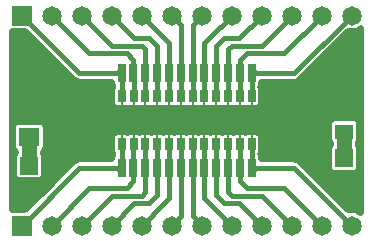
<source format=gtl>
G04 (created by PCBNEW-RS274X (2012-jan-04)-stable) date Sun 02 Sep 2012 01:17:06 AM CEST*
G01*
G70*
G90*
%MOIN*%
G04 Gerber Fmt 3.4, Leading zero omitted, Abs format*
%FSLAX34Y34*%
G04 APERTURE LIST*
%ADD10C,0.006000*%
%ADD11R,0.059000X0.051100*%
%ADD12R,0.070800X0.062900*%
%ADD13R,0.060000X0.060000*%
%ADD14R,0.065000X0.065000*%
%ADD15C,0.065000*%
%ADD16R,0.025600X0.063000*%
%ADD17R,0.025600X0.039400*%
%ADD18C,0.016000*%
%ADD19C,0.008000*%
%ADD20C,0.050000*%
%ADD21C,0.020000*%
G04 APERTURE END LIST*
G54D10*
G54D11*
X62750Y-37126D03*
X62750Y-37874D03*
G54D12*
X52250Y-36949D03*
X52250Y-38051D03*
G54D13*
X52250Y-36000D03*
X62750Y-36250D03*
X52250Y-39000D03*
X62750Y-38750D03*
G54D14*
X52000Y-34000D03*
G54D15*
X53000Y-34000D03*
X54000Y-34000D03*
X55000Y-34000D03*
X56000Y-34000D03*
X57000Y-34000D03*
X58000Y-34000D03*
X59000Y-34000D03*
X60000Y-34000D03*
X61000Y-34000D03*
X62000Y-34000D03*
X63000Y-34000D03*
G54D14*
X52000Y-41000D03*
G54D15*
X53000Y-41000D03*
X54000Y-41000D03*
X55000Y-41000D03*
X56000Y-41000D03*
X57000Y-41000D03*
X58000Y-41000D03*
X59000Y-41000D03*
X60000Y-41000D03*
X61000Y-41000D03*
X62000Y-41000D03*
X63000Y-41000D03*
G54D16*
X55335Y-39075D03*
X55728Y-39075D03*
X56122Y-39075D03*
X56516Y-39075D03*
X56909Y-39075D03*
X57303Y-39075D03*
X57697Y-39075D03*
X58091Y-39075D03*
X58484Y-39075D03*
X58878Y-39075D03*
X59272Y-39075D03*
X59665Y-39075D03*
X59665Y-35925D03*
X59272Y-35925D03*
X58878Y-35925D03*
X58484Y-35925D03*
X58091Y-35925D03*
X57697Y-35925D03*
X57303Y-35925D03*
X56909Y-35925D03*
X56516Y-35925D03*
X56122Y-35925D03*
X55728Y-35925D03*
X55335Y-35925D03*
G54D17*
X59666Y-36693D03*
X59666Y-37205D03*
X56122Y-38288D03*
X56122Y-37776D03*
X56516Y-38288D03*
X56516Y-37776D03*
X56910Y-38288D03*
X56910Y-37776D03*
X57304Y-38288D03*
X57304Y-37776D03*
X57697Y-38288D03*
X57697Y-37776D03*
X58091Y-38288D03*
X58091Y-37776D03*
X58485Y-38288D03*
X58485Y-37776D03*
X58878Y-38288D03*
X58878Y-37776D03*
X59272Y-38288D03*
X59272Y-37776D03*
X59666Y-38288D03*
X59666Y-37776D03*
X59272Y-36693D03*
X59272Y-37205D03*
X58878Y-36693D03*
X58878Y-37205D03*
X58485Y-36693D03*
X58485Y-37205D03*
X58091Y-36693D03*
X58091Y-37205D03*
X57697Y-36693D03*
X57697Y-37205D03*
X57304Y-36693D03*
X57304Y-37205D03*
X56910Y-36693D03*
X56910Y-37205D03*
X56516Y-36693D03*
X56516Y-37205D03*
X56122Y-36693D03*
X56122Y-37205D03*
X55729Y-36693D03*
X55729Y-37205D03*
X55335Y-36693D03*
X55335Y-37205D03*
X55335Y-38288D03*
X55335Y-37776D03*
X55729Y-38288D03*
X55729Y-37776D03*
G54D18*
X55335Y-39232D02*
X55335Y-38288D01*
X53925Y-39075D02*
X55178Y-39075D01*
X55178Y-39075D02*
X55335Y-39232D01*
X52000Y-41000D02*
X53925Y-39075D01*
G54D19*
X55335Y-37776D02*
X55335Y-38288D01*
G54D18*
X60000Y-40000D02*
X61000Y-41000D01*
X58878Y-39878D02*
X59000Y-40000D01*
X58878Y-39232D02*
X58878Y-39878D01*
X59000Y-40000D02*
X60000Y-40000D01*
X58878Y-39878D02*
X59000Y-40000D01*
X58878Y-39232D02*
X58878Y-38288D01*
X59272Y-39522D02*
X59500Y-39750D01*
X59272Y-39232D02*
X59272Y-38288D01*
X59500Y-39750D02*
X60750Y-39750D01*
X60750Y-39750D02*
X62000Y-41000D01*
X59272Y-39232D02*
X59272Y-39522D01*
X63000Y-41000D02*
X61075Y-39075D01*
X59665Y-39232D02*
X59665Y-38289D01*
X59665Y-38289D02*
X59666Y-38288D01*
X59822Y-39075D02*
X59665Y-39232D01*
X61075Y-39075D02*
X59822Y-39075D01*
X59822Y-35925D02*
X59665Y-35768D01*
X61075Y-35925D02*
X59822Y-35925D01*
G54D19*
X59666Y-37205D02*
X59666Y-36693D01*
G54D18*
X59666Y-36693D02*
X59666Y-35769D01*
X59666Y-35769D02*
X59665Y-35768D01*
X63000Y-34000D02*
X61075Y-35925D01*
G54D19*
X59272Y-37205D02*
X59272Y-36693D01*
G54D18*
X59272Y-36693D02*
X59272Y-35768D01*
X59272Y-35478D02*
X59500Y-35250D01*
X59272Y-35768D02*
X59272Y-35478D01*
X59500Y-35250D02*
X60750Y-35250D01*
X60750Y-35250D02*
X62000Y-34000D01*
X58878Y-35768D02*
X58878Y-35122D01*
X58878Y-35122D02*
X59000Y-35000D01*
X60000Y-35000D02*
X61000Y-34000D01*
X59000Y-35000D02*
X60000Y-35000D01*
G54D19*
X58878Y-37205D02*
X58878Y-36693D01*
G54D18*
X58878Y-35122D02*
X59000Y-35000D01*
X58878Y-36693D02*
X58878Y-35768D01*
X58485Y-35769D02*
X58484Y-35768D01*
X58484Y-35016D02*
X58750Y-34750D01*
X58750Y-34750D02*
X59250Y-34750D01*
X58484Y-35768D02*
X58484Y-35016D01*
G54D19*
X58485Y-37205D02*
X58485Y-36693D01*
G54D18*
X59250Y-34750D02*
X60000Y-34000D01*
X58485Y-36693D02*
X58485Y-35769D01*
X58091Y-36693D02*
X58091Y-35768D01*
X58091Y-34909D02*
X58250Y-34750D01*
X58250Y-34750D02*
X59000Y-34000D01*
X58091Y-34909D02*
X58250Y-34750D01*
G54D19*
X58091Y-37205D02*
X58091Y-36693D01*
G54D18*
X58091Y-35768D02*
X58091Y-34909D01*
X57697Y-35768D02*
X57697Y-34303D01*
X57697Y-34303D02*
X58000Y-34000D01*
X57697Y-36693D02*
X57697Y-35768D01*
G54D19*
X57697Y-37205D02*
X57697Y-36693D01*
G54D18*
X57304Y-36693D02*
X57304Y-35769D01*
X57303Y-35768D02*
X57303Y-34303D01*
X57304Y-35769D02*
X57303Y-35768D01*
X57303Y-34303D02*
X57000Y-34000D01*
X55728Y-39232D02*
X55728Y-39522D01*
X54250Y-39750D02*
X53000Y-41000D01*
X55728Y-39232D02*
X55728Y-38289D01*
X55728Y-39522D02*
X55500Y-39750D01*
X55500Y-39750D02*
X54250Y-39750D01*
X55728Y-38289D02*
X55729Y-38288D01*
X55729Y-39231D02*
X55728Y-39232D01*
X56910Y-35769D02*
X56909Y-35768D01*
G54D19*
X56910Y-37205D02*
X56910Y-36693D01*
G54D18*
X56909Y-35768D02*
X56909Y-34909D01*
X56910Y-36693D02*
X56910Y-35769D01*
X56909Y-34909D02*
X56000Y-34000D01*
X56250Y-34750D02*
X55750Y-34750D01*
X55750Y-34750D02*
X55000Y-34000D01*
X56516Y-35016D02*
X56500Y-35000D01*
X56500Y-35000D02*
X56250Y-34750D01*
X56516Y-35768D02*
X56516Y-35016D01*
X56516Y-36693D02*
X56516Y-35768D01*
G54D19*
X56516Y-37205D02*
X56516Y-36693D01*
G54D18*
X56122Y-36693D02*
X56122Y-35768D01*
X56000Y-35000D02*
X55000Y-35000D01*
X56122Y-35122D02*
X56000Y-35000D01*
X56122Y-35768D02*
X56122Y-35122D01*
G54D19*
X56122Y-37205D02*
X56122Y-36693D01*
G54D18*
X55000Y-35000D02*
X54000Y-34000D01*
G54D19*
X55729Y-37205D02*
X55729Y-36693D01*
G54D18*
X55728Y-35478D02*
X55500Y-35250D01*
X55729Y-35769D02*
X55728Y-35768D01*
X55729Y-36693D02*
X55729Y-35769D01*
X54250Y-35250D02*
X53000Y-34000D01*
X55500Y-35250D02*
X54250Y-35250D01*
X55728Y-35768D02*
X55728Y-35478D01*
X55178Y-35925D02*
X55335Y-35768D01*
X52000Y-34000D02*
X53925Y-35925D01*
X53925Y-35925D02*
X55178Y-35925D01*
G54D19*
X55335Y-37205D02*
X55335Y-36693D01*
G54D18*
X55335Y-36693D02*
X55335Y-35768D01*
X56122Y-39878D02*
X56000Y-40000D01*
X56122Y-39232D02*
X56122Y-39878D01*
X56122Y-39232D02*
X56122Y-38288D01*
X56000Y-40000D02*
X55000Y-40000D01*
X56122Y-39878D02*
X56000Y-40000D01*
X55000Y-40000D02*
X54000Y-41000D01*
X56250Y-40250D02*
X55750Y-40250D01*
X56516Y-39232D02*
X56516Y-39984D01*
X55750Y-40250D02*
X55000Y-41000D01*
X56516Y-39984D02*
X56250Y-40250D01*
X56516Y-39232D02*
X56516Y-38288D01*
X56909Y-40091D02*
X56750Y-40250D01*
X56750Y-40250D02*
X56000Y-41000D01*
X56909Y-39232D02*
X56909Y-40091D01*
X56909Y-40091D02*
X56750Y-40250D01*
X56909Y-39232D02*
X56909Y-38289D01*
X56909Y-38289D02*
X56910Y-38288D01*
X57303Y-39232D02*
X57303Y-40697D01*
X57303Y-40697D02*
X57000Y-41000D01*
X57303Y-39232D02*
X57303Y-38289D01*
X57303Y-38289D02*
X57304Y-38288D01*
X57697Y-39232D02*
X57697Y-40697D01*
G54D19*
X57697Y-37776D02*
X57697Y-38288D01*
G54D18*
X57697Y-39232D02*
X57697Y-38288D01*
X57697Y-40697D02*
X58000Y-41000D01*
X58091Y-40091D02*
X58250Y-40250D01*
X58091Y-40091D02*
X58250Y-40250D01*
X58091Y-39232D02*
X58091Y-38288D01*
X58250Y-40250D02*
X59000Y-41000D01*
X58091Y-39232D02*
X58091Y-40091D01*
X58484Y-39232D02*
X58484Y-39984D01*
X58484Y-39984D02*
X58750Y-40250D01*
X58484Y-38289D02*
X58485Y-38288D01*
X58750Y-40250D02*
X59250Y-40250D01*
X59250Y-40250D02*
X60000Y-41000D01*
X58484Y-39232D02*
X58484Y-38289D01*
G54D20*
X62750Y-38750D02*
X62750Y-37874D01*
X52250Y-39000D02*
X52250Y-38051D01*
G54D19*
X58091Y-38288D02*
X58091Y-37776D01*
X57304Y-38288D02*
X57304Y-37776D01*
X56910Y-38288D02*
X56910Y-37776D01*
X56516Y-38288D02*
X56516Y-37776D01*
X56122Y-38288D02*
X56122Y-37776D01*
X55729Y-38288D02*
X55729Y-37776D01*
X57304Y-36693D02*
X57304Y-37205D01*
X59666Y-38288D02*
X59666Y-37776D01*
X58485Y-38288D02*
X58485Y-37776D01*
G54D20*
X62750Y-37126D02*
X62750Y-36250D01*
X52250Y-36949D02*
X52250Y-36000D01*
G54D19*
X59272Y-38288D02*
X59272Y-37776D01*
X58878Y-38288D02*
X58878Y-37776D01*
G54D10*
G36*
X63325Y-40587D02*
X63251Y-40537D01*
X63249Y-40536D01*
X63249Y-39070D01*
X63249Y-39031D01*
X63249Y-38430D01*
X63241Y-38392D01*
X63226Y-38356D01*
X63205Y-38323D01*
X63200Y-38318D01*
X63200Y-38254D01*
X63221Y-38224D01*
X63236Y-38188D01*
X63244Y-38149D01*
X63244Y-38110D01*
X63244Y-37599D01*
X63236Y-37561D01*
X63221Y-37525D01*
X63200Y-37492D01*
X63172Y-37465D01*
X63140Y-37443D01*
X63104Y-37428D01*
X63065Y-37420D01*
X63026Y-37420D01*
X62435Y-37420D01*
X62397Y-37428D01*
X62361Y-37443D01*
X62328Y-37464D01*
X62301Y-37492D01*
X62279Y-37524D01*
X62264Y-37560D01*
X62256Y-37599D01*
X62256Y-37638D01*
X62256Y-38149D01*
X62264Y-38187D01*
X62279Y-38223D01*
X62300Y-38256D01*
X62300Y-38318D01*
X62296Y-38323D01*
X62274Y-38355D01*
X62259Y-38391D01*
X62251Y-38430D01*
X62251Y-38469D01*
X62251Y-39070D01*
X62259Y-39108D01*
X62274Y-39144D01*
X62295Y-39177D01*
X62323Y-39204D01*
X62355Y-39226D01*
X62391Y-39241D01*
X62430Y-39249D01*
X62469Y-39249D01*
X63070Y-39249D01*
X63108Y-39241D01*
X63144Y-39226D01*
X63177Y-39205D01*
X63204Y-39177D01*
X63226Y-39145D01*
X63241Y-39109D01*
X63249Y-39070D01*
X63249Y-40536D01*
X63156Y-40497D01*
X63055Y-40476D01*
X62953Y-40476D01*
X62884Y-40488D01*
X61275Y-38879D01*
X61273Y-38877D01*
X61233Y-38844D01*
X61231Y-38842D01*
X61185Y-38818D01*
X61182Y-38816D01*
X61155Y-38808D01*
X61133Y-38801D01*
X61079Y-38795D01*
X61076Y-38795D01*
X61075Y-38795D01*
X59992Y-38795D01*
X59992Y-38740D01*
X59984Y-38702D01*
X59969Y-38666D01*
X59948Y-38633D01*
X59945Y-38630D01*
X59945Y-38615D01*
X59948Y-38612D01*
X59970Y-38580D01*
X59985Y-38544D01*
X59993Y-38505D01*
X59993Y-38466D01*
X59993Y-38071D01*
X59985Y-38033D01*
X59970Y-37997D01*
X59949Y-37964D01*
X59921Y-37937D01*
X59889Y-37915D01*
X59853Y-37900D01*
X59814Y-37892D01*
X59775Y-37892D01*
X59518Y-37892D01*
X59480Y-37900D01*
X59469Y-37904D01*
X59459Y-37900D01*
X59420Y-37892D01*
X59381Y-37892D01*
X59124Y-37892D01*
X59086Y-37900D01*
X59075Y-37904D01*
X59065Y-37900D01*
X59026Y-37892D01*
X58987Y-37892D01*
X58730Y-37892D01*
X58692Y-37900D01*
X58682Y-37904D01*
X58672Y-37900D01*
X58633Y-37892D01*
X58594Y-37892D01*
X58337Y-37892D01*
X58299Y-37900D01*
X58288Y-37904D01*
X58278Y-37900D01*
X58239Y-37892D01*
X58200Y-37892D01*
X57943Y-37892D01*
X57905Y-37900D01*
X57894Y-37904D01*
X57884Y-37900D01*
X57845Y-37892D01*
X57806Y-37892D01*
X57549Y-37892D01*
X57511Y-37900D01*
X57501Y-37904D01*
X57491Y-37900D01*
X57452Y-37892D01*
X57413Y-37892D01*
X57156Y-37892D01*
X57118Y-37900D01*
X57107Y-37904D01*
X57097Y-37900D01*
X57058Y-37892D01*
X57019Y-37892D01*
X56762Y-37892D01*
X56724Y-37900D01*
X56713Y-37904D01*
X56703Y-37900D01*
X56664Y-37892D01*
X56625Y-37892D01*
X56368Y-37892D01*
X56330Y-37900D01*
X56319Y-37904D01*
X56309Y-37900D01*
X56270Y-37892D01*
X56231Y-37892D01*
X55974Y-37892D01*
X55936Y-37900D01*
X55926Y-37904D01*
X55916Y-37900D01*
X55877Y-37892D01*
X55838Y-37892D01*
X55581Y-37892D01*
X55543Y-37900D01*
X55532Y-37904D01*
X55522Y-37900D01*
X55483Y-37892D01*
X55444Y-37892D01*
X55187Y-37892D01*
X55149Y-37900D01*
X55113Y-37915D01*
X55080Y-37936D01*
X55053Y-37964D01*
X55031Y-37996D01*
X55016Y-38032D01*
X55008Y-38071D01*
X55008Y-38110D01*
X55008Y-38505D01*
X55016Y-38543D01*
X55031Y-38579D01*
X55052Y-38612D01*
X55055Y-38614D01*
X55055Y-38630D01*
X55053Y-38633D01*
X55031Y-38665D01*
X55016Y-38701D01*
X55008Y-38740D01*
X55008Y-38779D01*
X55008Y-38795D01*
X53928Y-38795D01*
X53925Y-38795D01*
X53871Y-38800D01*
X53818Y-38816D01*
X53789Y-38831D01*
X53772Y-38840D01*
X53730Y-38874D01*
X53728Y-38876D01*
X53727Y-38877D01*
X52803Y-39801D01*
X52803Y-38385D01*
X52803Y-38346D01*
X52803Y-37717D01*
X52795Y-37679D01*
X52780Y-37643D01*
X52759Y-37610D01*
X52731Y-37583D01*
X52699Y-37561D01*
X52663Y-37546D01*
X52624Y-37538D01*
X52585Y-37538D01*
X51876Y-37538D01*
X51838Y-37546D01*
X51802Y-37561D01*
X51769Y-37582D01*
X51742Y-37610D01*
X51720Y-37642D01*
X51705Y-37678D01*
X51697Y-37717D01*
X51697Y-37756D01*
X51697Y-38385D01*
X51705Y-38423D01*
X51720Y-38459D01*
X51741Y-38492D01*
X51769Y-38519D01*
X51800Y-38540D01*
X51800Y-38568D01*
X51796Y-38573D01*
X51774Y-38605D01*
X51759Y-38641D01*
X51751Y-38680D01*
X51751Y-38719D01*
X51751Y-39320D01*
X51759Y-39358D01*
X51774Y-39394D01*
X51795Y-39427D01*
X51823Y-39454D01*
X51855Y-39476D01*
X51891Y-39491D01*
X51930Y-39499D01*
X51969Y-39499D01*
X52570Y-39499D01*
X52608Y-39491D01*
X52644Y-39476D01*
X52677Y-39455D01*
X52704Y-39427D01*
X52726Y-39395D01*
X52741Y-39359D01*
X52749Y-39320D01*
X52749Y-39281D01*
X52749Y-38680D01*
X52741Y-38642D01*
X52726Y-38606D01*
X52705Y-38573D01*
X52700Y-38568D01*
X52700Y-38539D01*
X52731Y-38520D01*
X52758Y-38492D01*
X52780Y-38460D01*
X52795Y-38424D01*
X52803Y-38385D01*
X52803Y-39801D01*
X52128Y-40476D01*
X51675Y-40476D01*
X51675Y-34524D01*
X51694Y-34524D01*
X52128Y-34524D01*
X53725Y-36121D01*
X53727Y-36123D01*
X53767Y-36156D01*
X53768Y-36157D01*
X53815Y-36182D01*
X53817Y-36184D01*
X53847Y-36192D01*
X53867Y-36199D01*
X53870Y-36199D01*
X53921Y-36205D01*
X53923Y-36205D01*
X53925Y-36205D01*
X55008Y-36205D01*
X55008Y-36260D01*
X55016Y-36298D01*
X55031Y-36334D01*
X55052Y-36367D01*
X55053Y-36368D01*
X55053Y-36369D01*
X55031Y-36401D01*
X55016Y-36437D01*
X55008Y-36476D01*
X55008Y-36515D01*
X55008Y-36910D01*
X55016Y-36948D01*
X55031Y-36984D01*
X55052Y-37017D01*
X55080Y-37044D01*
X55112Y-37066D01*
X55148Y-37081D01*
X55187Y-37089D01*
X55226Y-37089D01*
X55483Y-37089D01*
X55521Y-37081D01*
X55531Y-37076D01*
X55542Y-37081D01*
X55581Y-37089D01*
X55620Y-37089D01*
X55877Y-37089D01*
X55915Y-37081D01*
X55925Y-37076D01*
X55935Y-37081D01*
X55974Y-37089D01*
X56013Y-37089D01*
X56270Y-37089D01*
X56308Y-37081D01*
X56318Y-37076D01*
X56329Y-37081D01*
X56368Y-37089D01*
X56407Y-37089D01*
X56664Y-37089D01*
X56702Y-37081D01*
X56712Y-37076D01*
X56723Y-37081D01*
X56762Y-37089D01*
X56801Y-37089D01*
X57058Y-37089D01*
X57096Y-37081D01*
X57106Y-37076D01*
X57117Y-37081D01*
X57156Y-37089D01*
X57195Y-37089D01*
X57452Y-37089D01*
X57490Y-37081D01*
X57500Y-37076D01*
X57510Y-37081D01*
X57549Y-37089D01*
X57588Y-37089D01*
X57845Y-37089D01*
X57883Y-37081D01*
X57893Y-37076D01*
X57904Y-37081D01*
X57943Y-37089D01*
X57982Y-37089D01*
X58239Y-37089D01*
X58277Y-37081D01*
X58287Y-37076D01*
X58298Y-37081D01*
X58337Y-37089D01*
X58376Y-37089D01*
X58633Y-37089D01*
X58671Y-37081D01*
X58681Y-37076D01*
X58691Y-37081D01*
X58730Y-37089D01*
X58769Y-37089D01*
X59026Y-37089D01*
X59064Y-37081D01*
X59074Y-37076D01*
X59085Y-37081D01*
X59124Y-37089D01*
X59163Y-37089D01*
X59420Y-37089D01*
X59458Y-37081D01*
X59468Y-37076D01*
X59479Y-37081D01*
X59518Y-37089D01*
X59557Y-37089D01*
X59814Y-37089D01*
X59852Y-37081D01*
X59888Y-37066D01*
X59921Y-37045D01*
X59948Y-37017D01*
X59970Y-36985D01*
X59985Y-36949D01*
X59993Y-36910D01*
X59993Y-36871D01*
X59993Y-36476D01*
X59985Y-36438D01*
X59970Y-36402D01*
X59949Y-36369D01*
X59947Y-36367D01*
X59969Y-36335D01*
X59984Y-36299D01*
X59992Y-36260D01*
X59992Y-36221D01*
X59992Y-36205D01*
X61072Y-36205D01*
X61075Y-36205D01*
X61127Y-36200D01*
X61129Y-36200D01*
X61171Y-36187D01*
X61179Y-36185D01*
X61179Y-36184D01*
X61182Y-36184D01*
X61198Y-36174D01*
X61228Y-36160D01*
X61230Y-36158D01*
X61270Y-36126D01*
X61272Y-36124D01*
X61273Y-36123D01*
X62884Y-34511D01*
X62937Y-34523D01*
X63040Y-34525D01*
X63141Y-34507D01*
X63237Y-34470D01*
X63324Y-34415D01*
X63325Y-34414D01*
X63325Y-40587D01*
X63325Y-40587D01*
G37*
G54D21*
X63325Y-40587D02*
X63251Y-40537D01*
X63249Y-40536D01*
X63249Y-39070D01*
X63249Y-39031D01*
X63249Y-38430D01*
X63241Y-38392D01*
X63226Y-38356D01*
X63205Y-38323D01*
X63200Y-38318D01*
X63200Y-38254D01*
X63221Y-38224D01*
X63236Y-38188D01*
X63244Y-38149D01*
X63244Y-38110D01*
X63244Y-37599D01*
X63236Y-37561D01*
X63221Y-37525D01*
X63200Y-37492D01*
X63172Y-37465D01*
X63140Y-37443D01*
X63104Y-37428D01*
X63065Y-37420D01*
X63026Y-37420D01*
X62435Y-37420D01*
X62397Y-37428D01*
X62361Y-37443D01*
X62328Y-37464D01*
X62301Y-37492D01*
X62279Y-37524D01*
X62264Y-37560D01*
X62256Y-37599D01*
X62256Y-37638D01*
X62256Y-38149D01*
X62264Y-38187D01*
X62279Y-38223D01*
X62300Y-38256D01*
X62300Y-38318D01*
X62296Y-38323D01*
X62274Y-38355D01*
X62259Y-38391D01*
X62251Y-38430D01*
X62251Y-38469D01*
X62251Y-39070D01*
X62259Y-39108D01*
X62274Y-39144D01*
X62295Y-39177D01*
X62323Y-39204D01*
X62355Y-39226D01*
X62391Y-39241D01*
X62430Y-39249D01*
X62469Y-39249D01*
X63070Y-39249D01*
X63108Y-39241D01*
X63144Y-39226D01*
X63177Y-39205D01*
X63204Y-39177D01*
X63226Y-39145D01*
X63241Y-39109D01*
X63249Y-39070D01*
X63249Y-40536D01*
X63156Y-40497D01*
X63055Y-40476D01*
X62953Y-40476D01*
X62884Y-40488D01*
X61275Y-38879D01*
X61273Y-38877D01*
X61233Y-38844D01*
X61231Y-38842D01*
X61185Y-38818D01*
X61182Y-38816D01*
X61155Y-38808D01*
X61133Y-38801D01*
X61079Y-38795D01*
X61076Y-38795D01*
X61075Y-38795D01*
X59992Y-38795D01*
X59992Y-38740D01*
X59984Y-38702D01*
X59969Y-38666D01*
X59948Y-38633D01*
X59945Y-38630D01*
X59945Y-38615D01*
X59948Y-38612D01*
X59970Y-38580D01*
X59985Y-38544D01*
X59993Y-38505D01*
X59993Y-38466D01*
X59993Y-38071D01*
X59985Y-38033D01*
X59970Y-37997D01*
X59949Y-37964D01*
X59921Y-37937D01*
X59889Y-37915D01*
X59853Y-37900D01*
X59814Y-37892D01*
X59775Y-37892D01*
X59518Y-37892D01*
X59480Y-37900D01*
X59469Y-37904D01*
X59459Y-37900D01*
X59420Y-37892D01*
X59381Y-37892D01*
X59124Y-37892D01*
X59086Y-37900D01*
X59075Y-37904D01*
X59065Y-37900D01*
X59026Y-37892D01*
X58987Y-37892D01*
X58730Y-37892D01*
X58692Y-37900D01*
X58682Y-37904D01*
X58672Y-37900D01*
X58633Y-37892D01*
X58594Y-37892D01*
X58337Y-37892D01*
X58299Y-37900D01*
X58288Y-37904D01*
X58278Y-37900D01*
X58239Y-37892D01*
X58200Y-37892D01*
X57943Y-37892D01*
X57905Y-37900D01*
X57894Y-37904D01*
X57884Y-37900D01*
X57845Y-37892D01*
X57806Y-37892D01*
X57549Y-37892D01*
X57511Y-37900D01*
X57501Y-37904D01*
X57491Y-37900D01*
X57452Y-37892D01*
X57413Y-37892D01*
X57156Y-37892D01*
X57118Y-37900D01*
X57107Y-37904D01*
X57097Y-37900D01*
X57058Y-37892D01*
X57019Y-37892D01*
X56762Y-37892D01*
X56724Y-37900D01*
X56713Y-37904D01*
X56703Y-37900D01*
X56664Y-37892D01*
X56625Y-37892D01*
X56368Y-37892D01*
X56330Y-37900D01*
X56319Y-37904D01*
X56309Y-37900D01*
X56270Y-37892D01*
X56231Y-37892D01*
X55974Y-37892D01*
X55936Y-37900D01*
X55926Y-37904D01*
X55916Y-37900D01*
X55877Y-37892D01*
X55838Y-37892D01*
X55581Y-37892D01*
X55543Y-37900D01*
X55532Y-37904D01*
X55522Y-37900D01*
X55483Y-37892D01*
X55444Y-37892D01*
X55187Y-37892D01*
X55149Y-37900D01*
X55113Y-37915D01*
X55080Y-37936D01*
X55053Y-37964D01*
X55031Y-37996D01*
X55016Y-38032D01*
X55008Y-38071D01*
X55008Y-38110D01*
X55008Y-38505D01*
X55016Y-38543D01*
X55031Y-38579D01*
X55052Y-38612D01*
X55055Y-38614D01*
X55055Y-38630D01*
X55053Y-38633D01*
X55031Y-38665D01*
X55016Y-38701D01*
X55008Y-38740D01*
X55008Y-38779D01*
X55008Y-38795D01*
X53928Y-38795D01*
X53925Y-38795D01*
X53871Y-38800D01*
X53818Y-38816D01*
X53789Y-38831D01*
X53772Y-38840D01*
X53730Y-38874D01*
X53728Y-38876D01*
X53727Y-38877D01*
X52803Y-39801D01*
X52803Y-38385D01*
X52803Y-38346D01*
X52803Y-37717D01*
X52795Y-37679D01*
X52780Y-37643D01*
X52759Y-37610D01*
X52731Y-37583D01*
X52699Y-37561D01*
X52663Y-37546D01*
X52624Y-37538D01*
X52585Y-37538D01*
X51876Y-37538D01*
X51838Y-37546D01*
X51802Y-37561D01*
X51769Y-37582D01*
X51742Y-37610D01*
X51720Y-37642D01*
X51705Y-37678D01*
X51697Y-37717D01*
X51697Y-37756D01*
X51697Y-38385D01*
X51705Y-38423D01*
X51720Y-38459D01*
X51741Y-38492D01*
X51769Y-38519D01*
X51800Y-38540D01*
X51800Y-38568D01*
X51796Y-38573D01*
X51774Y-38605D01*
X51759Y-38641D01*
X51751Y-38680D01*
X51751Y-38719D01*
X51751Y-39320D01*
X51759Y-39358D01*
X51774Y-39394D01*
X51795Y-39427D01*
X51823Y-39454D01*
X51855Y-39476D01*
X51891Y-39491D01*
X51930Y-39499D01*
X51969Y-39499D01*
X52570Y-39499D01*
X52608Y-39491D01*
X52644Y-39476D01*
X52677Y-39455D01*
X52704Y-39427D01*
X52726Y-39395D01*
X52741Y-39359D01*
X52749Y-39320D01*
X52749Y-39281D01*
X52749Y-38680D01*
X52741Y-38642D01*
X52726Y-38606D01*
X52705Y-38573D01*
X52700Y-38568D01*
X52700Y-38539D01*
X52731Y-38520D01*
X52758Y-38492D01*
X52780Y-38460D01*
X52795Y-38424D01*
X52803Y-38385D01*
X52803Y-39801D01*
X52128Y-40476D01*
X51675Y-40476D01*
X51675Y-34524D01*
X51694Y-34524D01*
X52128Y-34524D01*
X53725Y-36121D01*
X53727Y-36123D01*
X53767Y-36156D01*
X53768Y-36157D01*
X53815Y-36182D01*
X53817Y-36184D01*
X53847Y-36192D01*
X53867Y-36199D01*
X53870Y-36199D01*
X53921Y-36205D01*
X53923Y-36205D01*
X53925Y-36205D01*
X55008Y-36205D01*
X55008Y-36260D01*
X55016Y-36298D01*
X55031Y-36334D01*
X55052Y-36367D01*
X55053Y-36368D01*
X55053Y-36369D01*
X55031Y-36401D01*
X55016Y-36437D01*
X55008Y-36476D01*
X55008Y-36515D01*
X55008Y-36910D01*
X55016Y-36948D01*
X55031Y-36984D01*
X55052Y-37017D01*
X55080Y-37044D01*
X55112Y-37066D01*
X55148Y-37081D01*
X55187Y-37089D01*
X55226Y-37089D01*
X55483Y-37089D01*
X55521Y-37081D01*
X55531Y-37076D01*
X55542Y-37081D01*
X55581Y-37089D01*
X55620Y-37089D01*
X55877Y-37089D01*
X55915Y-37081D01*
X55925Y-37076D01*
X55935Y-37081D01*
X55974Y-37089D01*
X56013Y-37089D01*
X56270Y-37089D01*
X56308Y-37081D01*
X56318Y-37076D01*
X56329Y-37081D01*
X56368Y-37089D01*
X56407Y-37089D01*
X56664Y-37089D01*
X56702Y-37081D01*
X56712Y-37076D01*
X56723Y-37081D01*
X56762Y-37089D01*
X56801Y-37089D01*
X57058Y-37089D01*
X57096Y-37081D01*
X57106Y-37076D01*
X57117Y-37081D01*
X57156Y-37089D01*
X57195Y-37089D01*
X57452Y-37089D01*
X57490Y-37081D01*
X57500Y-37076D01*
X57510Y-37081D01*
X57549Y-37089D01*
X57588Y-37089D01*
X57845Y-37089D01*
X57883Y-37081D01*
X57893Y-37076D01*
X57904Y-37081D01*
X57943Y-37089D01*
X57982Y-37089D01*
X58239Y-37089D01*
X58277Y-37081D01*
X58287Y-37076D01*
X58298Y-37081D01*
X58337Y-37089D01*
X58376Y-37089D01*
X58633Y-37089D01*
X58671Y-37081D01*
X58681Y-37076D01*
X58691Y-37081D01*
X58730Y-37089D01*
X58769Y-37089D01*
X59026Y-37089D01*
X59064Y-37081D01*
X59074Y-37076D01*
X59085Y-37081D01*
X59124Y-37089D01*
X59163Y-37089D01*
X59420Y-37089D01*
X59458Y-37081D01*
X59468Y-37076D01*
X59479Y-37081D01*
X59518Y-37089D01*
X59557Y-37089D01*
X59814Y-37089D01*
X59852Y-37081D01*
X59888Y-37066D01*
X59921Y-37045D01*
X59948Y-37017D01*
X59970Y-36985D01*
X59985Y-36949D01*
X59993Y-36910D01*
X59993Y-36871D01*
X59993Y-36476D01*
X59985Y-36438D01*
X59970Y-36402D01*
X59949Y-36369D01*
X59947Y-36367D01*
X59969Y-36335D01*
X59984Y-36299D01*
X59992Y-36260D01*
X59992Y-36221D01*
X59992Y-36205D01*
X61072Y-36205D01*
X61075Y-36205D01*
X61127Y-36200D01*
X61129Y-36200D01*
X61171Y-36187D01*
X61179Y-36185D01*
X61179Y-36184D01*
X61182Y-36184D01*
X61198Y-36174D01*
X61228Y-36160D01*
X61230Y-36158D01*
X61270Y-36126D01*
X61272Y-36124D01*
X61273Y-36123D01*
X62884Y-34511D01*
X62937Y-34523D01*
X63040Y-34525D01*
X63141Y-34507D01*
X63237Y-34470D01*
X63324Y-34415D01*
X63325Y-34414D01*
X63325Y-40587D01*
M02*

</source>
